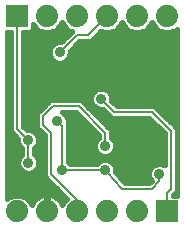
<source format=gbl>
G75*
%MOIN*%
%OFA0B0*%
%FSLAX24Y24*%
%IPPOS*%
%LPD*%
%AMOC8*
5,1,8,0,0,1.08239X$1,22.5*
%
%ADD10R,0.0740X0.0740*%
%ADD11C,0.0740*%
%ADD12C,0.0350*%
%ADD13C,0.0080*%
%ADD14C,0.0160*%
D10*
X005725Y000680D03*
X000725Y007180D03*
D11*
X000725Y000680D03*
X001725Y000680D03*
X002725Y000680D03*
X003725Y000680D03*
X004725Y000680D03*
X004725Y007180D03*
X005725Y007180D03*
X003725Y007180D03*
X002725Y007180D03*
X001725Y007180D03*
D12*
X002150Y005980D03*
X003538Y004430D03*
X004475Y004430D03*
X003663Y002868D03*
X003663Y002055D03*
X004975Y001930D03*
X005475Y001930D03*
X002225Y002055D03*
X001100Y002305D03*
X001100Y003055D03*
X002075Y003680D03*
D13*
X002225Y003530D01*
X002225Y002055D01*
X003663Y002055D01*
X003713Y001993D01*
X004225Y001430D01*
X005225Y001430D01*
X005475Y001680D01*
X005475Y001930D01*
X005850Y001430D02*
X005850Y003368D01*
X005225Y003993D01*
X003975Y003993D01*
X003538Y004430D01*
X002788Y004180D02*
X001913Y004180D01*
X001600Y003868D01*
X001600Y003555D01*
X001850Y003305D01*
X001850Y001930D01*
X002725Y001055D01*
X002725Y000680D01*
X001100Y002305D02*
X001100Y003055D01*
X000725Y003430D01*
X000725Y007180D01*
X002150Y005980D02*
X002725Y006555D01*
X003100Y006555D01*
X003725Y007180D01*
X002788Y004180D02*
X003663Y003305D01*
X003663Y002868D01*
X005725Y001305D02*
X005725Y000680D01*
X005725Y001305D02*
X005850Y001430D01*
D14*
X005992Y001290D02*
X006065Y001290D01*
X006050Y001347D02*
X006050Y003450D01*
X005425Y004075D01*
X005308Y004192D01*
X004058Y004192D01*
X003872Y004378D01*
X003872Y004497D01*
X003821Y004620D01*
X003727Y004714D01*
X003604Y004765D01*
X003471Y004765D01*
X003348Y004714D01*
X003254Y004620D01*
X003203Y004497D01*
X003203Y004363D01*
X003254Y004240D01*
X003348Y004146D01*
X003471Y004095D01*
X003590Y004095D01*
X003892Y003793D01*
X005142Y003793D01*
X005650Y003285D01*
X005650Y002220D01*
X005542Y002265D01*
X005408Y002265D01*
X005285Y002214D01*
X005191Y002120D01*
X005140Y001997D01*
X005140Y001863D01*
X005191Y001740D01*
X005222Y001710D01*
X005142Y001630D01*
X004313Y001630D01*
X003994Y001980D01*
X003997Y001988D01*
X003997Y002122D01*
X003946Y002245D01*
X003852Y002339D01*
X003729Y002390D01*
X003596Y002390D01*
X003473Y002339D01*
X003389Y002255D01*
X002499Y002255D01*
X002425Y002329D01*
X002425Y003613D01*
X002410Y003628D01*
X002410Y003747D01*
X002359Y003870D01*
X002265Y003964D01*
X002226Y003980D01*
X002705Y003980D01*
X003463Y003222D01*
X003463Y003141D01*
X003379Y003057D01*
X003328Y002934D01*
X003328Y002801D01*
X003379Y002678D01*
X003473Y002584D01*
X003596Y002533D01*
X003729Y002533D01*
X003852Y002584D01*
X003946Y002678D01*
X003997Y002801D01*
X003997Y002934D01*
X003946Y003057D01*
X003862Y003141D01*
X003862Y003388D01*
X002987Y004263D01*
X002870Y004380D01*
X001830Y004380D01*
X001517Y004067D01*
X001400Y003950D01*
X001400Y003472D01*
X001517Y003355D01*
X001517Y003355D01*
X001650Y003222D01*
X001650Y001847D01*
X001767Y001730D01*
X002396Y001101D01*
X002276Y000980D01*
X002236Y000886D01*
X002235Y000891D01*
X002195Y000968D01*
X002145Y001038D01*
X002083Y001100D01*
X002013Y001150D01*
X001936Y001190D01*
X001854Y001216D01*
X001768Y001230D01*
X001745Y001230D01*
X001745Y000700D01*
X001705Y000700D01*
X001705Y001230D01*
X001682Y001230D01*
X001596Y001216D01*
X001514Y001190D01*
X001437Y001150D01*
X001367Y001100D01*
X001305Y001038D01*
X001255Y000968D01*
X001215Y000891D01*
X001214Y000886D01*
X001174Y000980D01*
X001025Y001129D01*
X000830Y001210D01*
X000620Y001210D01*
X000425Y001129D01*
X000385Y001090D01*
X000385Y006650D01*
X000525Y006650D01*
X000525Y003347D01*
X000765Y003107D01*
X000765Y002988D01*
X000816Y002865D01*
X000900Y002781D01*
X000900Y002579D01*
X000816Y002495D01*
X000765Y002372D01*
X000765Y002238D01*
X000816Y002115D01*
X000910Y002021D01*
X001033Y001970D01*
X001167Y001970D01*
X001290Y002021D01*
X001384Y002115D01*
X001435Y002238D01*
X001435Y002372D01*
X001384Y002495D01*
X001300Y002579D01*
X001300Y002781D01*
X001384Y002865D01*
X001435Y002988D01*
X001435Y003122D01*
X001384Y003245D01*
X001290Y003339D01*
X001167Y003390D01*
X001048Y003390D01*
X000925Y003513D01*
X000925Y006650D01*
X001161Y006650D01*
X001255Y006744D01*
X001255Y006930D01*
X001276Y006880D01*
X001425Y006731D01*
X001620Y006650D01*
X001830Y006650D01*
X002025Y006731D01*
X002174Y006880D01*
X002225Y007002D01*
X002276Y006880D01*
X002425Y006731D01*
X002561Y006674D01*
X002202Y006315D01*
X002083Y006315D01*
X001960Y006264D01*
X001866Y006170D01*
X001815Y006047D01*
X001815Y005913D01*
X001866Y005790D01*
X001960Y005696D01*
X002083Y005645D01*
X002217Y005645D01*
X002340Y005696D01*
X002434Y005790D01*
X002485Y005913D01*
X002485Y006032D01*
X002808Y006355D01*
X003183Y006355D01*
X003519Y006692D01*
X003620Y006650D01*
X003830Y006650D01*
X004025Y006731D01*
X004174Y006880D01*
X004225Y007002D01*
X004276Y006880D01*
X004425Y006731D01*
X004620Y006650D01*
X004830Y006650D01*
X005025Y006731D01*
X005174Y006880D01*
X005225Y007002D01*
X005276Y006880D01*
X005425Y006731D01*
X005620Y006650D01*
X005830Y006650D01*
X006025Y006731D01*
X006065Y006770D01*
X006065Y001210D01*
X005925Y001210D01*
X005925Y001222D01*
X005933Y001230D01*
X006050Y001347D01*
X006050Y001448D02*
X006065Y001448D01*
X006050Y001607D02*
X006065Y001607D01*
X006050Y001765D02*
X006065Y001765D01*
X006050Y001924D02*
X006065Y001924D01*
X006050Y002082D02*
X006065Y002082D01*
X006050Y002241D02*
X006065Y002241D01*
X006050Y002399D02*
X006065Y002399D01*
X006050Y002558D02*
X006065Y002558D01*
X006050Y002716D02*
X006065Y002716D01*
X006050Y002875D02*
X006065Y002875D01*
X006050Y003033D02*
X006065Y003033D01*
X006050Y003192D02*
X006065Y003192D01*
X006050Y003350D02*
X006065Y003350D01*
X006065Y003509D02*
X005992Y003509D01*
X006065Y003667D02*
X005833Y003667D01*
X005675Y003826D02*
X006065Y003826D01*
X006065Y003984D02*
X005516Y003984D01*
X005358Y004143D02*
X006065Y004143D01*
X006065Y004301D02*
X003949Y004301D01*
X003872Y004460D02*
X006065Y004460D01*
X006065Y004618D02*
X003822Y004618D01*
X003356Y004143D02*
X003108Y004143D01*
X003228Y004301D02*
X002949Y004301D01*
X003203Y004460D02*
X000925Y004460D01*
X000925Y004618D02*
X003253Y004618D01*
X003266Y003984D02*
X003701Y003984D01*
X003859Y003826D02*
X003425Y003826D01*
X003583Y003667D02*
X005268Y003667D01*
X005426Y003509D02*
X003742Y003509D01*
X003862Y003350D02*
X005585Y003350D01*
X005650Y003192D02*
X003862Y003192D01*
X003957Y003033D02*
X005650Y003033D01*
X005650Y002875D02*
X003997Y002875D01*
X003962Y002716D02*
X005650Y002716D01*
X005650Y002558D02*
X003789Y002558D01*
X003535Y002558D02*
X002425Y002558D01*
X002425Y002716D02*
X003363Y002716D01*
X003328Y002875D02*
X002425Y002875D01*
X002425Y003033D02*
X003368Y003033D01*
X003463Y003192D02*
X002425Y003192D01*
X002425Y003350D02*
X003335Y003350D01*
X003176Y003509D02*
X002425Y003509D01*
X002410Y003667D02*
X003018Y003667D01*
X002859Y003826D02*
X002377Y003826D01*
X001751Y004301D02*
X000925Y004301D01*
X000925Y004143D02*
X001592Y004143D01*
X001434Y003984D02*
X000925Y003984D01*
X000925Y003826D02*
X001400Y003826D01*
X001400Y003667D02*
X000925Y003667D01*
X000929Y003509D02*
X001400Y003509D01*
X001522Y003350D02*
X001263Y003350D01*
X001406Y003192D02*
X001650Y003192D01*
X001650Y003033D02*
X001435Y003033D01*
X001388Y002875D02*
X001650Y002875D01*
X001650Y002716D02*
X001300Y002716D01*
X001321Y002558D02*
X001650Y002558D01*
X001650Y002399D02*
X001424Y002399D01*
X001435Y002241D02*
X001650Y002241D01*
X001650Y002082D02*
X001351Y002082D01*
X001650Y001924D02*
X000385Y001924D01*
X000385Y002082D02*
X000849Y002082D01*
X000765Y002241D02*
X000385Y002241D01*
X000385Y002399D02*
X000776Y002399D01*
X000879Y002558D02*
X000385Y002558D01*
X000385Y002716D02*
X000900Y002716D01*
X000812Y002875D02*
X000385Y002875D01*
X000385Y003033D02*
X000765Y003033D01*
X000681Y003192D02*
X000385Y003192D01*
X000385Y003350D02*
X000525Y003350D01*
X000525Y003509D02*
X000385Y003509D01*
X000385Y003667D02*
X000525Y003667D01*
X000525Y003826D02*
X000385Y003826D01*
X000385Y003984D02*
X000525Y003984D01*
X000525Y004143D02*
X000385Y004143D01*
X000385Y004301D02*
X000525Y004301D01*
X000525Y004460D02*
X000385Y004460D01*
X000385Y004618D02*
X000525Y004618D01*
X000525Y004777D02*
X000385Y004777D01*
X000385Y004935D02*
X000525Y004935D01*
X000525Y005094D02*
X000385Y005094D01*
X000385Y005252D02*
X000525Y005252D01*
X000525Y005411D02*
X000385Y005411D01*
X000385Y005569D02*
X000525Y005569D01*
X000525Y005728D02*
X000385Y005728D01*
X000385Y005886D02*
X000525Y005886D01*
X000525Y006045D02*
X000385Y006045D01*
X000385Y006203D02*
X000525Y006203D01*
X000525Y006362D02*
X000385Y006362D01*
X000385Y006520D02*
X000525Y006520D01*
X000925Y006520D02*
X002407Y006520D01*
X002551Y006679D02*
X001899Y006679D01*
X002132Y006837D02*
X002318Y006837D01*
X002228Y006996D02*
X002222Y006996D01*
X002249Y006362D02*
X000925Y006362D01*
X000925Y006203D02*
X001899Y006203D01*
X001815Y006045D02*
X000925Y006045D01*
X000925Y005886D02*
X001826Y005886D01*
X001929Y005728D02*
X000925Y005728D01*
X000925Y005569D02*
X006065Y005569D01*
X006065Y005411D02*
X000925Y005411D01*
X000925Y005252D02*
X006065Y005252D01*
X006065Y005094D02*
X000925Y005094D01*
X000925Y004935D02*
X006065Y004935D01*
X006065Y004777D02*
X000925Y004777D01*
X002371Y005728D02*
X006065Y005728D01*
X006065Y005886D02*
X002474Y005886D01*
X002497Y006045D02*
X006065Y006045D01*
X006065Y006203D02*
X002656Y006203D01*
X003189Y006362D02*
X006065Y006362D01*
X006065Y006520D02*
X003348Y006520D01*
X003506Y006679D02*
X003551Y006679D01*
X003899Y006679D02*
X004551Y006679D01*
X004318Y006837D02*
X004132Y006837D01*
X004222Y006996D02*
X004228Y006996D01*
X004899Y006679D02*
X005551Y006679D01*
X005318Y006837D02*
X005132Y006837D01*
X005222Y006996D02*
X005228Y006996D01*
X005899Y006679D02*
X006065Y006679D01*
X005650Y002399D02*
X002425Y002399D01*
X001891Y001607D02*
X000385Y001607D01*
X000385Y001765D02*
X001732Y001765D01*
X002049Y001448D02*
X000385Y001448D01*
X000385Y001290D02*
X002208Y001290D01*
X002366Y001131D02*
X002040Y001131D01*
X002192Y000973D02*
X002272Y000973D01*
X001745Y000973D02*
X001705Y000973D01*
X001705Y001131D02*
X001745Y001131D01*
X001745Y000814D02*
X001705Y000814D01*
X001410Y001131D02*
X001021Y001131D01*
X001178Y000973D02*
X001258Y000973D01*
X000429Y001131D02*
X000385Y001131D01*
X003948Y002241D02*
X005349Y002241D01*
X005175Y002082D02*
X003997Y002082D01*
X004046Y001924D02*
X005140Y001924D01*
X005181Y001765D02*
X004190Y001765D01*
X005601Y002241D02*
X005650Y002241D01*
X001551Y006679D02*
X001190Y006679D01*
X001255Y006837D02*
X001318Y006837D01*
M02*

</source>
